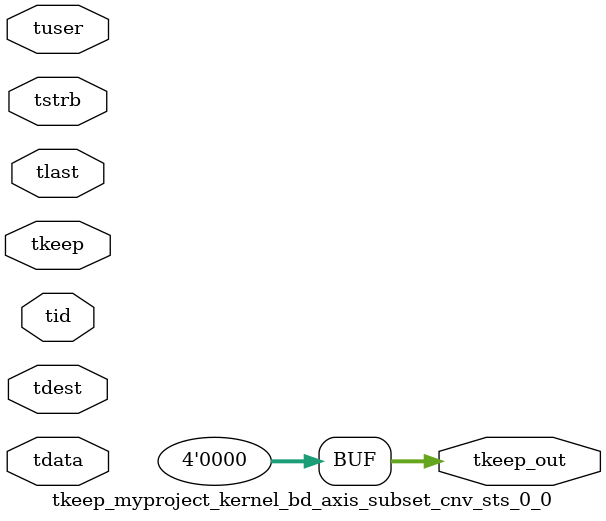
<source format=v>


`timescale 1ps/1ps

module tkeep_myproject_kernel_bd_axis_subset_cnv_sts_0_0 #
(
parameter C_S_AXIS_TDATA_WIDTH = 32,
parameter C_S_AXIS_TUSER_WIDTH = 0,
parameter C_S_AXIS_TID_WIDTH   = 0,
parameter C_S_AXIS_TDEST_WIDTH = 0,
parameter C_M_AXIS_TDATA_WIDTH = 32
)
(
input  [(C_S_AXIS_TDATA_WIDTH == 0 ? 1 : C_S_AXIS_TDATA_WIDTH)-1:0     ] tdata,
input  [(C_S_AXIS_TUSER_WIDTH == 0 ? 1 : C_S_AXIS_TUSER_WIDTH)-1:0     ] tuser,
input  [(C_S_AXIS_TID_WIDTH   == 0 ? 1 : C_S_AXIS_TID_WIDTH)-1:0       ] tid,
input  [(C_S_AXIS_TDEST_WIDTH == 0 ? 1 : C_S_AXIS_TDEST_WIDTH)-1:0     ] tdest,
input  [(C_S_AXIS_TDATA_WIDTH/8)-1:0 ] tkeep,
input  [(C_S_AXIS_TDATA_WIDTH/8)-1:0 ] tstrb,
input                                                                    tlast,
output [(C_M_AXIS_TDATA_WIDTH/8)-1:0 ] tkeep_out
);

assign tkeep_out = {1'b0};

endmodule


</source>
